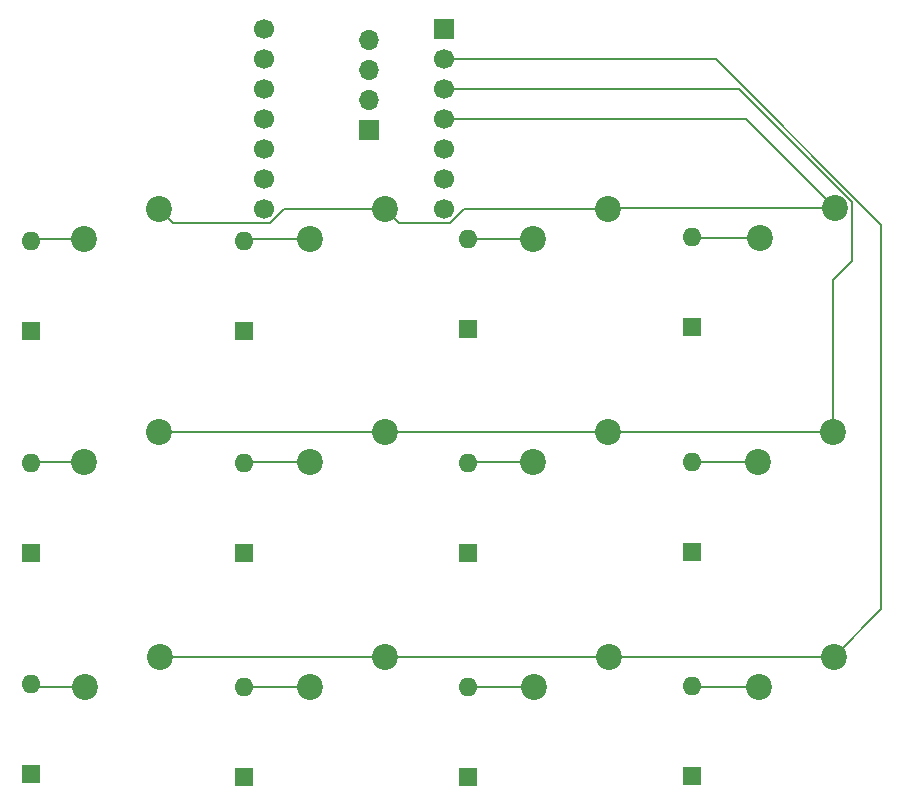
<source format=gbr>
%TF.GenerationSoftware,KiCad,Pcbnew,8.0.6*%
%TF.CreationDate,2024-10-24T04:55:56-04:00*%
%TF.ProjectId,pcb,7063622e-6b69-4636-9164-5f7063625858,rev?*%
%TF.SameCoordinates,Original*%
%TF.FileFunction,Copper,L2,Bot*%
%TF.FilePolarity,Positive*%
%FSLAX46Y46*%
G04 Gerber Fmt 4.6, Leading zero omitted, Abs format (unit mm)*
G04 Created by KiCad (PCBNEW 8.0.6) date 2024-10-24 04:55:56*
%MOMM*%
%LPD*%
G01*
G04 APERTURE LIST*
%TA.AperFunction,ComponentPad*%
%ADD10R,1.600000X1.600000*%
%TD*%
%TA.AperFunction,ComponentPad*%
%ADD11O,1.600000X1.600000*%
%TD*%
%TA.AperFunction,ComponentPad*%
%ADD12C,2.200000*%
%TD*%
%TA.AperFunction,ComponentPad*%
%ADD13R,1.700000X1.700000*%
%TD*%
%TA.AperFunction,ComponentPad*%
%ADD14O,1.700000X1.700000*%
%TD*%
%TA.AperFunction,ComponentPad*%
%ADD15C,1.700000*%
%TD*%
%TA.AperFunction,Conductor*%
%ADD16C,0.200000*%
%TD*%
G04 APERTURE END LIST*
D10*
%TO.P,D12,1,K*%
%TO.N,r3*%
X153500000Y-103500000D03*
D11*
%TO.P,D12,2,A*%
%TO.N,Net-(D12-A)*%
X153500000Y-95880000D03*
%TD*%
D10*
%TO.P,D10,1,K*%
%TO.N,r3*%
X153500000Y-65500000D03*
D11*
%TO.P,D10,2,A*%
%TO.N,Net-(D10-A)*%
X153500000Y-57880000D03*
%TD*%
D12*
%TO.P,SW10,1,1*%
%TO.N,c2*%
X165540000Y-55420000D03*
%TO.P,SW10,2,2*%
%TO.N,Net-(D10-A)*%
X159190000Y-57960000D03*
%TD*%
D10*
%TO.P,D8,1,K*%
%TO.N,r2*%
X134500000Y-84620000D03*
D11*
%TO.P,D8,2,A*%
%TO.N,Net-(D8-A)*%
X134500000Y-77000000D03*
%TD*%
D12*
%TO.P,SW9,1,1*%
%TO.N,c0*%
X146460000Y-93420000D03*
%TO.P,SW9,2,2*%
%TO.N,Net-(D9-A)*%
X140110000Y-95960000D03*
%TD*%
D10*
%TO.P,D9,1,K*%
%TO.N,r2*%
X134500000Y-103620000D03*
D11*
%TO.P,D9,2,A*%
%TO.N,Net-(D9-A)*%
X134500000Y-96000000D03*
%TD*%
D12*
%TO.P,SW2,1,1*%
%TO.N,c1*%
X108330000Y-74420000D03*
%TO.P,SW2,2,2*%
%TO.N,Net-(D2-A)*%
X101980000Y-76960000D03*
%TD*%
%TO.P,SW4,1,1*%
%TO.N,c2*%
X127460000Y-55500000D03*
%TO.P,SW4,2,2*%
%TO.N,Net-(D4-A)*%
X121110000Y-58040000D03*
%TD*%
%TO.P,SW1,1,1*%
%TO.N,c2*%
X108330000Y-55500000D03*
%TO.P,SW1,2,2*%
%TO.N,Net-(D1-A)*%
X101980000Y-58040000D03*
%TD*%
D10*
%TO.P,D4,1,K*%
%TO.N,r1*%
X115500000Y-65810000D03*
D11*
%TO.P,D4,2,A*%
%TO.N,Net-(D4-A)*%
X115500000Y-58190000D03*
%TD*%
D10*
%TO.P,D5,1,K*%
%TO.N,r1*%
X115500000Y-84620000D03*
D11*
%TO.P,D5,2,A*%
%TO.N,Net-(D5-A)*%
X115500000Y-77000000D03*
%TD*%
D10*
%TO.P,D11,1,K*%
%TO.N,r3*%
X153500000Y-84500000D03*
D11*
%TO.P,D11,2,A*%
%TO.N,Net-(D11-A)*%
X153500000Y-76880000D03*
%TD*%
D12*
%TO.P,SW3,1,1*%
%TO.N,c0*%
X108460000Y-93420000D03*
%TO.P,SW3,2,2*%
%TO.N,Net-(D3-A)*%
X102110000Y-95960000D03*
%TD*%
D13*
%TO.P,J1,1,GND*%
%TO.N,Net-(J1-GND)*%
X126100000Y-48800000D03*
D14*
%TO.P,J1,2,VCC*%
%TO.N,Net-(J1-VCC)*%
X126100000Y-46260000D03*
%TO.P,J1,3,SCL*%
%TO.N,Net-(J1-SCL)*%
X126100000Y-43720000D03*
%TO.P,J1,4,SDA*%
%TO.N,Net-(J1-SDA)*%
X126100000Y-41180000D03*
%TD*%
D12*
%TO.P,SW5,1,1*%
%TO.N,c1*%
X127460000Y-74420000D03*
%TO.P,SW5,2,2*%
%TO.N,Net-(D5-A)*%
X121110000Y-76960000D03*
%TD*%
D10*
%TO.P,D6,1,K*%
%TO.N,r1*%
X115500000Y-103620000D03*
D11*
%TO.P,D6,2,A*%
%TO.N,Net-(D6-A)*%
X115500000Y-96000000D03*
%TD*%
D10*
%TO.P,D7,1,K*%
%TO.N,r2*%
X134500000Y-65620000D03*
D11*
%TO.P,D7,2,A*%
%TO.N,Net-(D7-A)*%
X134500000Y-58000000D03*
%TD*%
D12*
%TO.P,SW6,1,1*%
%TO.N,c0*%
X127460000Y-93420000D03*
%TO.P,SW6,2,2*%
%TO.N,Net-(D6-A)*%
X121110000Y-95960000D03*
%TD*%
%TO.P,SW8,1,1*%
%TO.N,c1*%
X146380000Y-74420000D03*
%TO.P,SW8,2,2*%
%TO.N,Net-(D8-A)*%
X140030000Y-76960000D03*
%TD*%
%TO.P,SW7,1,1*%
%TO.N,c2*%
X146380000Y-55500000D03*
%TO.P,SW7,2,2*%
%TO.N,Net-(D7-A)*%
X140030000Y-58040000D03*
%TD*%
D10*
%TO.P,D1,1,K*%
%TO.N,r0*%
X97500000Y-65810000D03*
D11*
%TO.P,D1,2,A*%
%TO.N,Net-(D1-A)*%
X97500000Y-58190000D03*
%TD*%
D10*
%TO.P,D2,1,K*%
%TO.N,r0*%
X97500000Y-84620000D03*
D11*
%TO.P,D2,2,A*%
%TO.N,Net-(D2-A)*%
X97500000Y-77000000D03*
%TD*%
D10*
%TO.P,D3,1,K*%
%TO.N,r0*%
X97500000Y-103310000D03*
D11*
%TO.P,D3,2,A*%
%TO.N,Net-(D3-A)*%
X97500000Y-95690000D03*
%TD*%
D12*
%TO.P,SW12,1,1*%
%TO.N,c0*%
X165460000Y-93420000D03*
%TO.P,SW12,2,2*%
%TO.N,Net-(D12-A)*%
X159110000Y-95960000D03*
%TD*%
%TO.P,SW11,1,1*%
%TO.N,c1*%
X165380000Y-74420000D03*
%TO.P,SW11,2,2*%
%TO.N,Net-(D11-A)*%
X159030000Y-76960000D03*
%TD*%
D13*
%TO.P,U1,1,PA02_A0_D0*%
%TO.N,unconnected-(U1-PA02_A0_D0-Pad1)*%
X132500000Y-40300000D03*
D15*
%TO.P,U1,2,PA4_A1_D1*%
%TO.N,c0*%
X132500000Y-42840000D03*
%TO.P,U1,3,PA10_A2_D2*%
%TO.N,c1*%
X132500000Y-45380000D03*
%TO.P,U1,4,PA11_A3_D3*%
%TO.N,c2*%
X132500000Y-47920000D03*
%TO.P,U1,5,PA8_A4_D4_SDA*%
%TO.N,Net-(J1-SDA)*%
X132500000Y-50460000D03*
%TO.P,U1,6,PA9_A5_D5_SCL*%
%TO.N,Net-(J1-SCL)*%
X132500000Y-53000000D03*
%TO.P,U1,7,PB08_A6_D6_TX*%
%TO.N,unconnected-(U1-PB08_A6_D6_TX-Pad7)*%
X132500000Y-55540000D03*
%TO.P,U1,8,PB09_A7_D7_RX*%
%TO.N,r0*%
X117250000Y-55540000D03*
%TO.P,U1,9,PA7_A8_D8_SCK*%
%TO.N,r1*%
X117250000Y-53000000D03*
%TO.P,U1,10,PA5_A9_D9_MISO*%
%TO.N,r2*%
X117250000Y-50460000D03*
%TO.P,U1,11,PA6_A10_D10_MOSI*%
%TO.N,r3*%
X117250000Y-47920000D03*
%TO.P,U1,12,3V3*%
%TO.N,unconnected-(U1-3V3-Pad12)*%
X117250000Y-45380000D03*
%TO.P,U1,13,GND*%
%TO.N,Net-(J1-GND)*%
X117250000Y-42840000D03*
%TO.P,U1,14,5V*%
%TO.N,Net-(J1-VCC)*%
X117250000Y-40300000D03*
%TD*%
D16*
%TO.N,Net-(D1-A)*%
X97650000Y-58040000D02*
X97500000Y-58190000D01*
X101980000Y-58040000D02*
X97650000Y-58040000D01*
%TO.N,Net-(D2-A)*%
X101980000Y-76960000D02*
X97540000Y-76960000D01*
X97540000Y-76960000D02*
X97500000Y-77000000D01*
%TO.N,Net-(D3-A)*%
X97770000Y-95960000D02*
X97500000Y-95690000D01*
X102110000Y-95960000D02*
X97770000Y-95960000D01*
%TO.N,Net-(D4-A)*%
X115650000Y-58040000D02*
X115500000Y-58190000D01*
X121110000Y-58040000D02*
X115650000Y-58040000D01*
%TO.N,Net-(D5-A)*%
X121110000Y-76960000D02*
X115540000Y-76960000D01*
X115540000Y-76960000D02*
X115500000Y-77000000D01*
%TO.N,Net-(D6-A)*%
X121110000Y-95960000D02*
X115540000Y-95960000D01*
X115540000Y-95960000D02*
X115500000Y-96000000D01*
%TO.N,Net-(D7-A)*%
X140030000Y-58040000D02*
X134540000Y-58040000D01*
X134540000Y-58040000D02*
X134500000Y-58000000D01*
%TO.N,Net-(D8-A)*%
X134540000Y-76960000D02*
X134500000Y-77000000D01*
X140030000Y-76960000D02*
X134540000Y-76960000D01*
%TO.N,Net-(D9-A)*%
X140110000Y-95960000D02*
X134540000Y-95960000D01*
X134540000Y-95960000D02*
X134500000Y-96000000D01*
%TO.N,Net-(D10-A)*%
X159190000Y-57960000D02*
X153580000Y-57960000D01*
X153580000Y-57960000D02*
X153500000Y-57880000D01*
%TO.N,Net-(D11-A)*%
X159030000Y-76960000D02*
X153580000Y-76960000D01*
X153580000Y-76960000D02*
X153500000Y-76880000D01*
%TO.N,Net-(D12-A)*%
X159110000Y-95960000D02*
X153580000Y-95960000D01*
X153580000Y-95960000D02*
X153500000Y-95880000D01*
%TO.N,c0*%
X155505585Y-42840000D02*
X169500000Y-56834415D01*
X169500000Y-56834415D02*
X169500000Y-89380000D01*
X169500000Y-89380000D02*
X165460000Y-93420000D01*
X165460000Y-93420000D02*
X108460000Y-93420000D01*
X132500000Y-42840000D02*
X155505585Y-42840000D01*
%TO.N,c1*%
X157479899Y-45380000D02*
X167000000Y-54900101D01*
X132500000Y-45380000D02*
X157479899Y-45380000D01*
X165380000Y-74420000D02*
X108330000Y-74420000D01*
X167000000Y-54900101D02*
X167000000Y-59882944D01*
X165380000Y-61502944D02*
X165380000Y-74420000D01*
X167000000Y-59882944D02*
X165380000Y-61502944D01*
%TO.N,c2*%
X158040000Y-47920000D02*
X165540000Y-55420000D01*
X134166346Y-55500000D02*
X132976346Y-56690000D01*
X132976346Y-56690000D02*
X128650000Y-56690000D01*
X109520000Y-56690000D02*
X108330000Y-55500000D01*
X132500000Y-47920000D02*
X158040000Y-47920000D01*
X117726346Y-56690000D02*
X109520000Y-56690000D01*
X127460000Y-55500000D02*
X118916346Y-55500000D01*
X146460000Y-55420000D02*
X146380000Y-55500000D01*
X128650000Y-56690000D02*
X127460000Y-55500000D01*
X146380000Y-55500000D02*
X134166346Y-55500000D01*
X118916346Y-55500000D02*
X117726346Y-56690000D01*
X165540000Y-55420000D02*
X146460000Y-55420000D01*
%TD*%
M02*

</source>
